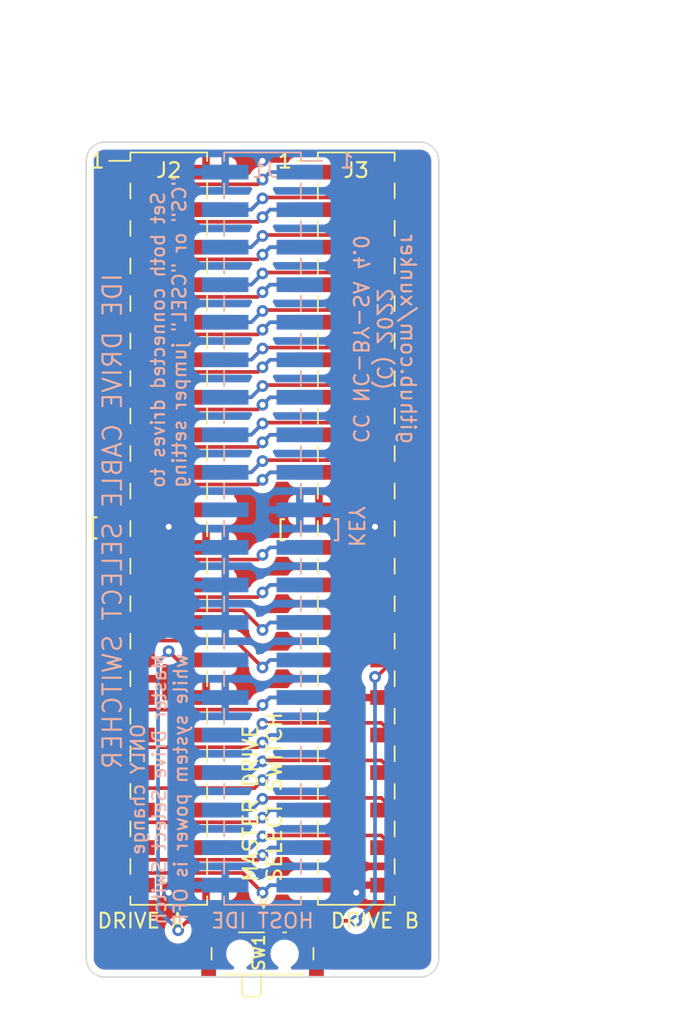
<source format=kicad_pcb>
(kicad_pcb (version 20211014) (generator pcbnew)
  (layers (0 "F.Cu" signal) (31 "B.Cu" signal) (34 "B.Paste" user) (35 "F.Paste" user) (36 "B.SilkS" user "B.Silkscreen") (37 "F.SilkS" user "F.Silkscreen") (38 "B.Mask" user) (39 "F.Mask" user) (44 "Edge.Cuts" user))
  (net 0 "")
  (net 1 "RESET")
  (net 2 "GND")
  (net 3 "DB7")
  (net 4 "DB8")
  (net 5 "DB6")
  (net 6 "DB9")
  (net 7 "DB5")
  (net 8 "DB10")
  (net 9 "DB4")
  (net 10 "DB11")
  (net 11 "DB3")
  (net 12 "DB12")
  (net 13 "DB2")
  (net 14 "DB13")
  (net 15 "DB1")
  (net 16 "DB14")
  (net 17 "DB0")
  (net 18 "DB15")
  (net 19 "DRQ3")
  (net 20 "IOW")
  (net 21 "IOR")
  (net 22 "IO_CH_RDY")
  (net 23 "CSEL_IN")
  (net 24 "DACK3")
  (net 25 "IRQ14")
  (net 26 "RESERVED")
  (net 27 "ADDRESS_BIT_1")
  (net 28 "PDIAG")
  (net 29 "ADDRESS_BIT_0")
  (net 30 "ADDRESS_BIT_2")
  (net 31 "CS1FX")
  (net 32 "CS3FX")
  (net 33 "DA_SP")
  (net 34 "CSEL_OUT_A")
  (net 35 "CSEL_OUT_B")
  (footprint "Button_Switch_SMD:SW_SPDT_PCM12" (layer "F.Cu") (at 154.94 113.03)
    (fp_text reference "SW1" (at -0.254 0.254 90) (layer "F.SilkS") (effects (font (size 0.8 0.8))))
    (fp_text value "SW_SPDT")
    (pad "" smd rect (at 3.65 -0.78) (size 1 0.8) (layers "F.Cu" "F.Paste" "F.Mask"))
    (pad "" np_thru_hole circle (at -1.5 0.33) (size 0.9 0.9) (drill 0.9) (layers *.Cu *.Mask))
    (pad "" smd rect (at 3.65 1.43) (size 1 0.8) (layers "F.Cu" "F.Paste" "F.Mask"))
    (pad "" smd rect (at -3.65 1.43) (size 1 0.8) (layers "F.Cu" "F.Paste" "F.Mask"))
    (pad "" smd rect (at -3.65 -0.78) (size 1 0.8) (layers "F.Cu" "F.Paste" "F.Mask"))
    (pad "" np_thru_hole circle (at 1.5 0.33) (size 0.9 0.9) (drill 0.9) (layers *.Cu *.Mask))
    (pad "1" smd rect (at -2.25 -1.43) (size 0.7 1.5) (layers "F.Cu" "F.Paste" "F.Mask") (net 34 "CSEL_OUT_A"))
    (pad "2" smd rect (at 0.75 -1.43) (size 0.7 1.5) (layers "F.Cu" "F.Paste" "F.Mask") (net 2 "GND"))
    (pad "3" smd rect (at 2.25 -1.43) (size 0.7 1.5) (layers "F.Cu" "F.Paste" "F.Mask") (net 35 "CSEL_OUT_B"))
  )
  (footprint "Connector_PinHeader_2.54mm:PinHeader_2x20_P2.54mm_Vertical_SMD" (layer "F.Cu") (at 148.59 84.582)
    (fp_text reference "J2" (at 0 -24.257) (layer "F.SilkS"))
    (fp_text value "Conn_02x20_Odd_Even")
    (pad "1" smd rect (at -2.525 -24.13) (size 3.15 1) (layers "F.Cu" "F.Paste" "F.Mask") (net 1 "RESET"))
    (pad "2" smd rect (at 2.525 -24.13) (size 3.15 1) (layers "F.Cu" "F.Paste" "F.Mask") (net 2 "GND"))
    (pad "3" smd rect (at -2.525 -21.59) (size 3.15 1) (layers "F.Cu" "F.Paste" "F.Mask") (net 3 "DB7"))
    (pad "4" smd rect (at 2.525 -21.59) (size 3.15 1) (layers "F.Cu" "F.Paste" "F.Mask") (net 4 "DB8"))
    (pad "5" smd rect (at -2.525 -19.05) (size 3.15 1) (layers "F.Cu" "F.Paste" "F.Mask") (net 5 "DB6"))
    (pad "6" smd rect (at 2.525 -19.05) (size 3.15 1) (layers "F.Cu" "F.Paste" "F.Mask") (net 6 "DB9"))
    (pad "7" smd rect (at -2.525 -16.51) (size 3.15 1) (layers "F.Cu" "F.Paste" "F.Mask") (net 7 "DB5"))
    (pad "8" smd rect (at 2.525 -16.51) (size 3.15 1) (layers "F.Cu" "F.Paste" "F.Mask") (net 8 "DB10"))
    (pad "9" smd rect (at -2.525 -13.97) (size 3.15 1) (layers "F.Cu" "F.Paste" "F.Mask") (net 9 "DB4"))
    (pad "10" smd rect (at 2.525 -13.97) (size 3.15 1) (layers "F.Cu" "F.Paste" "F.Mask") (net 10 "DB11"))
    (pad "11" smd rect (at -2.525 -11.43) (size 3.15 1) (layers "F.Cu" "F.Paste" "F.Mask") (net 11 "DB3"))
    (pad "12" smd rect (at 2.525 -11.43) (size 3.15 1) (layers "F.Cu" "F.Paste" "F.Mask") (net 12 "DB12"))
    (pad "13" smd rect (at -2.525 -8.89) (size 3.15 1) (layers "F.Cu" "F.Paste" "F.Mask") (net 13 "DB2"))
    (pad "14" smd rect (at 2.525 -8.89) (size 3.15 1) (layers "F.Cu" "F.Paste" "F.Mask") (net 14 "DB13"))
    (pad "15" smd rect (at -2.525 -6.35) (size 3.15 1) (layers "F.Cu" "F.Paste" "F.Mask") (net 15 "DB1"))
    (pad "16" smd rect (at 2.525 -6.35) (size 3.15 1) (layers "F.Cu" "F.Paste" "F.Mask") (net 16 "DB14"))
    (pad "17" smd rect (at -2.525 -3.81) (size 3.15 1) (layers "F.Cu" "F.Paste" "F.Mask") (net 17 "DB0"))
    (pad "18" smd rect (at 2.525 -3.81) (size 3.15 1) (layers "F.Cu" "F.Paste" "F.Mask") (net 18 "DB15"))
    (pad "19" smd rect (at -2.525 -1.27) (size 3.15 1) (layers "F.Cu" "F.Paste" "F.Mask") (net 2 "GND"))
    (pad "20" smd rect (at 2.525 -1.27) (size 3.15 1) (layers "F.Cu" "F.Paste" "F.Mask"))
    (pad "21" smd rect (at -2.525 1.27) (size 3.15 1) (layers "F.Cu" "F.Paste" "F.Mask") (net 19 "DRQ3"))
    (pad "22" smd rect (at 2.525 1.27) (size 3.15 1) (layers "F.Cu" "F.Paste" "F.Mask") (net 2 "GND"))
    (pad "23" smd rect (at -2.525 3.81) (size 3.15 1) (layers "F.Cu" "F.Paste" "F.Mask") (net 20 "IOW"))
    (pad "24" smd rect (at 2.525 3.81) (size 3.15 1) (layers "F.Cu" "F.Paste" "F.Mask") (net 2 "GND"))
    (pad "25" smd rect (at -2.525 6.35) (size 3.15 1) (layers "F.Cu" "F.Paste" "F.Mask") (net 21 "IOR"))
    (pad "26" smd rect (at 2.525 6.35) (size 3.15 1) (layers "F.Cu" "F.Paste" "F.Mask") (net 2 "GND"))
    (pad "27" smd rect (at -2.525 8.89) (size 3.15 1) (layers "F.Cu" "F.Paste" "F.Mask") (net 22 "IO_CH_RDY"))
    (pad "28" smd rect (at 2.525 8.89) (size 3.15 1) (layers "F.Cu" "F.Paste" "F.Mask") (net 34 "CSEL_OUT_A"))
    (pad "29" smd rect (at -2.525 11.43) (size 3.15 1) (layers "F.Cu" "F.Paste" "F.Mask") (net 24 "DACK3"))
    (pad "30" smd rect (at 2.525 11.43) (size 3.15 1) (layers "F.Cu" "F.Paste" "F.Mask") (net 2 "GND"))
    (pad "31" smd rect (at -2.525 13.97) (size 3.15 1) (layers "F.Cu" "F.Paste" "F.Mask") (net 25 "IRQ14"))
    (pad "32" smd rect (at 2.525 13.97) (size 3.15 1) (layers "F.Cu" "F.Paste" "F.Mask") (net 26 "RESERVED"))
    (pad "33" smd rect (at -2.525 16.51) (size 3.15 1) (layers "F.Cu" "F.Paste" "F.Mask") (net 27 "ADDRESS_BIT_1"))
    (pad "34" smd rect (at 2.525 16.51) (size 3.15 1) (layers "F.Cu" "F.Paste" "F.Mask") (net 28 "PDIAG"))
    (pad "35" smd rect (at -2.525 19.05) (size 3.15 1) (layers "F.Cu" "F.Paste" "F.Mask") (net 29 "ADDRESS_BIT_0"))
    (pad "36" smd rect (at 2.525 19.05) (size 3.15 1) (layers "F.Cu" "F.Paste" "F.Mask") (net 30 "ADDRESS_BIT_2"))
    (pad "37" smd rect (at -2.525 21.59) (size 3.15 1) (layers "F.Cu" "F.Paste" "F.Mask") (net 31 "CS1FX"))
    (pad "38" smd rect (at 2.525 21.59) (size 3.15 1) (layers "F.Cu" "F.Paste" "F.Mask") (net 32 "CS3FX"))
    (pad "39" smd rect (at -2.525 24.13) (size 3.15 1) (layers "F.Cu" "F.Paste" "F.Mask") (net 33 "DA_SP"))
    (pad "40" smd rect (at 2.525 24.13) (size 3.15 1) (layers "F.Cu" "F.Paste" "F.Mask") (net 2 "GND"))
  )
  (footprint "Connector_PinHeader_2.54mm:PinHeader_2x20_P2.54mm_Vertical_SMD" (layer "F.Cu") (at 161.29 84.582)
    (fp_text reference "J3" (at 0 -24.257) (layer "F.SilkS"))
    (fp_text value "Conn_02x20_Odd_Even")
    (pad "1" smd rect (at -2.525 -24.13) (size 3.15 1) (layers "F.Cu" "F.Paste" "F.Mask") (net 1 "RESET"))
    (pad "2" smd rect (at 2.525 -24.13) (size 3.15 1) (layers "F.Cu" "F.Paste" "F.Mask") (net 2 "GND"))
    (pad "3" smd rect (at -2.525 -21.59) (size 3.15 1) (layers "F.Cu" "F.Paste" "F.Mask") (net 3 "DB7"))
    (pad "4" smd rect (at 2.525 -21.59) (size 3.15 1) (layers "F.Cu" "F.Paste" "F.Mask") (net 4 "DB8"))
    (pad "5" smd rect (at -2.525 -19.05) (size 3.15 1) (layers "F.Cu" "F.Paste" "F.Mask") (net 5 "DB6"))
    (pad "6" smd rect (at 2.525 -19.05) (size 3.15 1) (layers "F.Cu" "F.Paste" "F.Mask") (net 6 "DB9"))
    (pad "7" smd rect (at -2.525 -16.51) (size 3.15 1) (layers "F.Cu" "F.Paste" "F.Mask") (net 7 "DB5"))
    (pad "8" smd rect (at 2.525 -16.51) (size 3.15 1) (layers "F.Cu" "F.Paste" "F.Mask") (net 8 "DB10"))
    (pad "9" smd rect (at -2.525 -13.97) (size 3.15 1) (layers "F.Cu" "F.Paste" "F.Mask") (net 9 "DB4"))
    (pad "10" smd rect (at 2.525 -13.97) (size 3.15 1) (layers "F.Cu" "F.Paste" "F.Mask") (net 10 "DB11"))
    (pad "11" smd rect (at -2.525 -11.43) (size 3.15 1) (layers "F.Cu" "F.Paste" "F.Mask") (net 11 "DB3"))
    (pad "12" smd rect (at 2.525 -11.43) (size 3.15 1) (layers "F.Cu" "F.Paste" "F.Mask") (net 12 "DB12"))
    (pad "13" smd rect (at -2.525 -8.89) (size 3.15 1) (layers "F.Cu" "F.Paste" "F.Mask") (net 13 "DB2"))
    (pad "14" smd rect (at 2.525 -8.89) (size 3.15 1) (layers "F.Cu" "F.Paste" "F.Mask") (net 14 "DB13"))
    (pad "15" smd rect (at -2.525 -6.35) (size 3.15 1) (layers "F.Cu" "F.Paste" "F.Mask") (net 15 "DB1"))
    (pad "16" smd rect (at 2.525 -6.35) (size 3.15 1) (layers "F.Cu" "F.Paste" "F.Mask") (net 16 "DB14"))
    (pad "17" smd rect (at -2.525 -3.81) (size 3.15 1) (layers "F.Cu" "F.Paste" "F.Mask") (net 17 "DB0"))
    (pad "18" smd rect (at 2.525 -3.81) (size 3.15 1) (layers "F.Cu" "F.Paste" "F.Mask") (net 18 "DB15"))
    (pad "19" smd rect (at -2.525 -1.27) (size 3.15 1) (layers "F.Cu" "F.Paste" "F.Mask") (net 2 "GND"))
    (pad "20" smd rect (at 2.525 -1.27) (size 3.15 1) (layers "F.Cu" "F.Paste" "F.Mask"))
    (pad "21" smd rect (at -2.525 1.27) (size 3.15 1) (layers "F.Cu" "F.Paste" "F.Mask") (net 19 "DRQ3"))
    (pad "22" smd rect (at 2.525 1.27) (size 3.15 1) (layers "F.Cu" "F.Paste" "F.Mask") (net 2 "GND"))
    (pad "23" smd rect (at -2.525 3.81) (size 3.15 1) (layers "F.Cu" "F.Paste" "F.Mask") (net 20 "IOW"))
    (pad "24" smd rect (at 2.525 3.81) (size 3.15 1) (layers "F.Cu" "F.Paste" "F.Mask") (net 2 "GND"))
    (pad "25" smd rect (at -2.525 6.35) (size 3.15 1) (layers "F.Cu" "F.Paste" "F.Mask") (net 21 "IOR"))
    (pad "26" smd rect (at 2.525 6.35) (size 3.15 1) (layers "F.Cu" "F.Paste" "F.Mask") (net 2 "GND"))
    (pad "27" smd rect (at -2.525 8.89) (size 3.15 1) (layers "F.Cu" "F.Paste" "F.Mask") (net 22 "IO_CH_RDY"))
    (pad "28" smd rect (at 2.525 8.89) (size 3.15 1) (layers "F.Cu" "F.Paste" "F.Mask") (net 35 "CSEL_OUT_B"))
    (pad "29" smd rect (at -2.525 11.43) (size 3.15 1) (layers "F.Cu" "F.Paste" "F.Mask") (net 24 "DACK3"))
    (pad "30" smd rect (at 2.525 11.43) (size 3.15 1) (layers "F.Cu" "F.Paste" "F.Mask") (net 2 "GND"))
    (pad "31" smd rect (at -2.525 13.97) (size 3.15 1) (layers "F.Cu" "F.Paste" "F.Mask") (net 25 "IRQ14"))
    (pad "32" smd rect (at 2.525 13.97) (size 3.15 1) (layers "F.Cu" "F.Paste" "F.Mask") (net 26 "RESERVED"))
    (pad "33" smd rect (at -2.525 16.51) (size 3.15 1) (layers "F.Cu" "F.Paste" "F.Mask") (net 27 "ADDRESS_BIT_1"))
    (pad "34" smd rect (at 2.525 16.51) (size 3.15 1) (layers "F.Cu" "F.Paste" "F.Mask") (net 28 "PDIAG"))
    (pad "35" smd rect (at -2.525 19.05) (size 3.15 1) (layers "F.Cu" "F.Paste" "F.Mask") (net 29 "ADDRESS_BIT_0"))
    (pad "36" smd rect (at 2.525 19.05) (size 3.15 1) (layers "F.Cu" "F.Paste" "F.Mask") (net 30 "ADDRESS_BIT_2"))
    (pad "37" smd rect (at -2.525 21.59) (size 3.15 1) (layers "F.Cu" "F.Paste" "F.Mask") (net 31 "CS1FX"))
    (pad "38" smd rect (at 2.525 21.59) (size 3.15 1) (layers "F.Cu" "F.Paste" "F.Mask") (net 32 "CS3FX"))
    (pad "39" smd rect (at -2.525 24.13) (size 3.15 1) (layers "F.Cu" "F.Paste" "F.Mask") (net 33 "DA_SP"))
    (pad "40" smd rect (at 2.525 24.13) (size 3.15 1) (layers "F.Cu" "F.Paste" "F.Mask") (net 2 "GND"))
  )
  (footprint "Connector_PinHeader_2.54mm:PinHeader_2x20_P2.54mm_Vertical_SMD" (layer "B.Cu") (at 154.94 84.582 180)
    (fp_text reference "J1" (at -0.15 24.257) (layer "B.SilkS") (effects (justify mirror)))
    (fp_text value "Conn_02x20_Odd_Even")
    (pad "1" smd rect (at -2.525 24.13 180) (size 3.15 1) (layers "B.Cu" "B.Paste" "B.Mask") (net 1 "RESET"))
    (pad "2" smd rect (at 2.525 24.13 180) (size 3.15 1) (layers "B.Cu" "B.Paste" "B.Mask") (net 2 "GND"))
    (pad "3" smd rect (at -2.525 21.59 180) (size 3.15 1) (layers "B.Cu" "B.Paste" "B.Mask") (net 3 "DB7"))
    (pad "4" smd rect (at 2.525 21.59 180) (size 3.15 1) (layers "B.Cu" "B.Paste" "B.Mask") (net 4 "DB8"))
    (pad "5" smd rect (at -2.525 19.05 180) (size 3.15 1) (layers "B.Cu" "B.Paste" "B.Mask") (net 5 "DB6"))
    (pad "6" smd rect (at 2.525 19.05 180) (size 3.15 1) (layers "B.Cu" "B.Paste" "B.Mask") (net 6 "DB9"))
    (pad "7" smd rect (at -2.525 16.51 180) (size 3.15 1) (layers "B.Cu" "B.Paste" "B.Mask") (net 7 "DB5"))
    (pad "8" smd rect (at 2.525 16.51 180) (size 3.15 1) (layers "B.Cu" "B.Paste" "B.Mask") (net 8 "DB10"))
    (pad "9" smd rect (at -2.525 13.97 180) (size 3.15 1) (layers "B.Cu" "B.Paste" "B.Mask") (net 9 "DB4"))
    (pad "10" smd rect (at 2.525 13.97 180) (size 3.15 1) (layers "B.Cu" "B.Paste" "B.Mask") (net 10 "DB11"))
    (pad "11" smd rect (at -2.525 11.43 180) (size 3.15 1) (layers "B.Cu" "B.Paste" "B.Mask") (net 11 "DB3"))
    (pad "12" smd rect (at 2.525 11.43 180) (size 3.15 1) (layers "B.Cu" "B.Paste" "B.Mask") (net 12 "DB12"))
    (pad "13" smd rect (at -2.525 8.89 180) (size 3.15 1) (layers "B.Cu" "B.Paste" "B.Mask") (net 13 "DB2"))
    (pad "14" smd rect (at 2.525 8.89 180) (size 3.15 1) (layers "B.Cu" "B.Paste" "B.Mask") (net 14 "DB13"))
    (pad "15" smd rect (at -2.525 6.35 180) (size 3.15 1) (layers "B.Cu" "B.Paste" "B.Mask") (net 15 "DB1"))
    (pad "16" smd rect (at 2.525 6.35 180) (size 3.15 1) (layers "B.Cu" "B.Paste" "B.Mask") (net 16 "DB14"))
    (pad "17" smd rect (at -2.525 3.81 180) (size 3.15 1) (layers "B.Cu" "B.Paste" "B.Mask") (net 17 "DB0"))
    (pad "18" smd rect (at 2.525 3.81 180) (size 3.15 1) (layers "B.Cu" "B.Paste" "B.Mask") (net 18 "DB15"))
    (pad "19" smd rect (at -2.525 1.27 180) (size 3.15 1) (layers "B.Cu" "B.Paste" "B.Mask") (net 2 "GND"))
    (pad "20" smd rect (at 2.525 1.27 180) (size 3.15 1) (layers "B.Cu" "B.Paste" "B.Mask"))
    (pad "21" smd rect (at -2.525 -1.27 180) (size 3.15 1) (layers "B.Cu" "B.Paste" "B.Mask") (net 19 "DRQ3"))
    (pad "22" smd rect (at 2.525 -1.27 180) (size 3.15 1) (layers "B.Cu" "B.Paste" "B.Mask") (net 2 "GND"))
    (pad "23" smd rect (at -2.525 -3.81 180) (size 3.15 1) (layers "B.Cu" "B.Paste" "B.Mask") (net 20 "IOW"))
    (pad "24" smd rect (at 2.525 -3.81 180) (size 3.15 1) (layers "B.Cu" "B.Paste" "B.Mask") (net 2 "GND"))
    (pad "25" smd rect (at -2.525 -6.35 180) (size 3.15 1) (layers "B.Cu" "B.Paste" "B.Mask") (net 21 "IOR"))
    (pad "26" smd rect (at 2.525 -6.35 180) (size 3.15 1) (layers "B.Cu" "B.Paste" "B.Mask") (net 2 "GND"))
    (pad "27" smd rect (at -2.525 -8.89 180) (size 3.15 1) (layers "B.Cu" "B.Paste" "B.Mask") (net 22 "IO_CH_RDY"))
    (pad "28" smd rect (at 2.525 -8.89 180) (size 3.15 1) (layers "B.Cu" "B.Paste" "B.Mask") (net 23 "CSEL_IN"))
    (pad "29" smd rect (at -2.525 -11.43 180) (size 3.15 1) (layers "B.Cu" "B.Paste" "B.Mask") (net 24 "DACK3"))
    (pad "30" smd rect (at 2.525 -11.43 180) (size 3.15 1) (layers "B.Cu" "B.Paste" "B.Mask") (net 2 "GND"))
    (pad "31" smd rect (at -2.525 -13.97 180) (size 3.15 1) (layers "B.Cu" "B.Paste" "B.Mask") (net 25 "IRQ14"))
    (pad "32" smd rect (at 2.525 -13.97 180) (size 3.15 1) (layers "B.Cu" "B.Paste" "B.Mask") (net 26 "RESERVED"))
    (pad "33" smd rect (at -2.525 -16.51 180) (size 3.15 1) (layers "B.Cu" "B.Paste" "B.Mask") (net 27 "ADDRESS_BIT_1"))
    (pad "34" smd rect (at 2.525 -16.51 180) (size 3.15 1) (layers "B.Cu" "B.Paste" "B.Mask") (net 28 "PDIAG"))
    (pad "35" smd rect (at -2.525 -19.05 180) (size 3.15 1) (layers "B.Cu" "B.Paste" "B.Mask") (net 29 "ADDRESS_BIT_0"))
    (pad "36" smd rect (at 2.525 -19.05 180) (size 3.15 1) (layers "B.Cu" "B.Paste" "B.Mask") (net 30 "ADDRESS_BIT_2"))
    (pad "37" smd rect (at -2.525 -21.59 180) (size 3.15 1) (layers "B.Cu" "B.Paste" "B.Mask") (net 31 "CS1FX"))
    (pad "38" smd rect (at 2.525 -21.59 180) (size 3.15 1) (layers "B.Cu" "B.Paste" "B.Mask") (net 32 "CS3FX"))
    (pad "39" smd rect (at -2.525 -24.13 180) (size 3.15 1) (layers "B.Cu" "B.Paste" "B.Mask") (net 33 "DA_SP"))
    (pad "40" smd rect (at 2.525 -24.13 180) (size 3.15 1) (layers "B.Cu" "B.Paste" "B.Mask") (net 2 "GND"))
  )
  (gr_line (start 166.877999 113.664999) (end 166.878 59.69) (layer "Edge.Cuts") (width 0.1))
  (gr_line (start 165.608 58.42) (end 144.272 58.42) (layer "Edge.Cuts") (width 0.1))
  (gr_line (start 144.272 114.934999) (end 165.607999 114.934999) (layer "Edge.Cuts") (width 0.1))
  (gr_arc (start 144.272 114.934999) (mid 143.373974 114.563025) (end 143.002 113.664999) (layer "Edge.Cuts") (width 0.1))
  (gr_arc (start 166.877999 113.664999) (mid 166.506025 114.563025) (end 165.607999 114.934999) (layer "Edge.Cuts") (width 0.1))
  (gr_arc (start 165.608 58.42) (mid 166.506026 58.791974) (end 166.878 59.69) (layer "Edge.Cuts") (width 0.1))
  (gr_arc (start 143.002 59.69) (mid 143.373974 58.791974) (end 144.272 58.42) (layer "Edge.Cuts") (width 0.1))
  (gr_line (start 143.002 59.69) (end 143.002 113.664999) (layer "Edge.Cuts") (width 0.1))
  (gr_text "[" (at 160.02 84.582) (layer "B.SilkS") (effects (font (size 1 1)) (justify mirror)))
  (gr_text "github.com/xunker\n(C) 2022\nCC NC-BY-SA 4.0" (at 163.195 71.755 270) (layer "B.SilkS") (effects (font (size 1 1)) (justify mirror)))
  (gr_text "Set both connected drives to\n{dblquote}CS{dblquote} or {dblquote}CSEL{dblquote} jumper setting\n" (at 148.59 81.915 90) (layer "B.SilkS") (effects (font (size 0.9 0.9)) (justify right mirror)))
  (gr_text "IDE DRIVE CABLE SELECT SWITCHER" (at 144.78 100.965 90) (layer "B.SilkS") (effects (font (size 1.25 1.25)) (justify right mirror)))
  (gr_text "ONLY change\nMaster Drive Select Switch\nwhile system power is OFF" (at 147.955 102.235 90) (layer "B.SilkS") (effects (font (size 0.9 0.9)) (justify mirror)))
  (gr_text "HOST IDE" (at 154.94 111.125) (layer "B.SilkS") (effects (font (size 1 1)) (justify mirror)))
  (gr_text "1" (at 160.655 59.69) (layer "B.SilkS") (effects (font (size 1 1)) (justify mirror)))
  (gr_text "KEY" (at 161.29 84.455 270) (layer "B.SilkS") (effects (font (size 1 1)) (justify mirror)))
  (gr_text "1" (at 143.764 59.69) (layer "F.SilkS") (effects (font (size 1 1))))
  (gr_text "<" (at 154.94 109.855 90) (layer "F.SilkS") (effects (font (size 1 1))))
  (gr_text "[" (at 143.51 84.455) (layer "F.SilkS") (effects (font (size 1 1))))
  (gr_text "DRIVE A" (at 146.685 111.125) (layer "F.SilkS") (effects (font (size 1 1))))
  (gr_text "DRIVE B" (at 162.56 111.125) (layer "F.SilkS") (effects (font (size 1 1))))
  (gr_text "MASTER DRIVE\nSELECT SWITCH" (at 154.94 108.585 90) (layer "F.SilkS") (effects (font (size 1 1)) (justify left)))
  (gr_text "[" (at 156.21 84.582) (layer "F.SilkS") (effects (font (size 1 1))))
  (gr_text "1" (at 156.464 59.69) (layer "F.SilkS") (effects (font (size 1 1))))
  (segment (start 146.889511 61.276511) (end 154.623489 61.276511) (width 0.25) (layer "F.Cu") (net 1))
  (segment (start 146.065 60.452) (end 146.889511 61.276511) (width 0.25) (layer "F.Cu") (net 1))
  (segment (start 155.448 60.452) (end 154.94 60.96) (width 0.25) (layer "F.Cu") (net 1))
  (segment (start 154.623489 61.276511) (end 154.94 60.96) (width 0.25) (layer "F.Cu") (net 1))
  (segment (start 158.765 60.452) (end 155.448 60.452) (width 0.25) (layer "F.Cu") (net 1))
  (via (at 154.94 60.96) (size 0.8) (drill 0.4) (layers "F.Cu" "B.Cu") (net 1))
  (segment (start 157.465 60.452) (end 155.448 60.452) (width 0.25) (layer "B.Cu") (net 1))
  (segment (start 155.448 60.452) (end 154.94 60.96) (width 0.25) (layer "B.Cu") (net 1))
  (via (at 161.29 109.22) (size 0.8) (drill 0.4) (layers "F.Cu" "B.Cu") (net 2))
  (via (at 148.59 109.22) (size 0.8) (drill 0.4) (layers "F.Cu" "B.Cu") (net 2))
  (via (at 162.56 84.455) (size 0.8) (drill 0.4) (layers "F.Cu" "B.Cu") (net 2))
  (via (at 148.59 84.455) (size 0.8) (drill 0.4) (layers "F.Cu" "B.Cu") (net 2))
  (via (at 154.94 59.69) (size 0.8) (drill 0.4) (layers "F.Cu" "B.Cu") (net 2))
  (segment (start 146.889511 63.816511) (end 154.623489 63.816511) (width 0.25) (layer "F.Cu") (net 3))
  (segment (start 155.448 62.992) (end 154.94 63.5) (width 0.25) (layer "F.Cu") (net 3))
  (segment (start 154.623489 63.816511) (end 154.94 63.5) (width 0.25) (layer "F.Cu") (net 3))
  (segment (start 158.765 62.992) (end 155.448 62.992) (width 0.25) (layer "F.Cu") (net 3))
  (segment (start 146.065 62.992) (end 146.889511 63.816511) (width 0.25) (layer "F.Cu") (net 3))
  (via (at 154.94 63.5) (size 0.8) (drill 0.4) (layers "F.Cu" "B.Cu") (net 3))
  (segment (start 157.465 62.992) (end 155.448 62.992) (width 0.25) (layer "B.Cu") (net 3))
  (segment (start 155.448 62.992) (end 154.94 63.5) (width 0.25) (layer "B.Cu") (net 3))
  (segment (start 154.94 62.23) (end 155.002511 62.167489) (width 0.25) (layer "F.Cu") (net 4))
  (segment (start 162.990489 62.167489) (end 163.815 62.992) (width 0.25) (layer "F.Cu") (net 4))
  (segment (start 151.115 62.992) (end 154.178 62.992) (width 0.25) (layer "F.Cu") (net 4))
  (segment (start 155.002511 62.167489) (end 162.990489 62.167489) (width 0.25) (layer "F.Cu") (net 4))
  (segment (start 154.178 62.992) (end 154.94 62.23) (width 0.25) (layer "F.Cu") (net 4))
  (via (at 154.94 62.23) (size 0.8) (drill 0.4) (layers "F.Cu" "B.Cu") (net 4))
  (segment (start 154.178 62.992) (end 154.94 62.23) (width 0.25) (layer "B.Cu") (net 4))
  (segment (start 152.415 62.992) (end 154.178 62.992) (width 0.25) (layer "B.Cu") (net 4))
  (segment (start 146.889511 66.356511) (end 154.623489 66.356511) (width 0.25) (layer "F.Cu") (net 5))
  (segment (start 155.448 65.532) (end 154.94 66.04) (width 0.25) (layer "F.Cu") (net 5))
  (segment (start 146.065 65.532) (end 146.889511 66.356511) (width 0.25) (layer "F.Cu") (net 5))
  (segment (start 158.765 65.532) (end 155.448 65.532) (width 0.25) (layer "F.Cu") (net 5))
  (segment (start 154.623489 66.356511) (end 154.94 66.04) (width 0.25) (layer "F.Cu") (net 5))
  (via (at 154.94 66.04) (size 0.8) (drill 0.4) (layers "F.Cu" "B.Cu") (net 5))
  (segment (start 157.465 65.532) (end 155.448 65.532) (width 0.25) (layer "B.Cu") (net 5))
  (segment (start 155.448 65.532) (end 154.94 66.04) (width 0.25) (layer "B.Cu") (net 5))
  (segment (start 154.94 64.77) (end 155.002511 64.707489) (width 0.25) (layer "F.Cu") (net 6))
  (segment (start 154.178 65.532) (end 154.94 64.77) (width 0.25) (layer "F.Cu") (net 6))
  (segment (start 162.990489 64.707489) (end 163.815 65.532) (width 0.25) (layer "F.Cu") (net 6))
  (segment (start 151.115 65.532) (end 154.178 65.532) (width 0.25) (layer "F.Cu") (net 6))
  (segment (start 155.002511 64.707489) (end 162.990489 64.707489) (width 0.25) (layer "F.Cu") (net 6))
  (via (at 154.94 64.77) (size 0.8) (drill 0.4) (layers "F.Cu" "B.Cu") (net 6))
  (segment (start 152.415 65.532) (end 154.178 65.532) (width 0.25) (layer "B.Cu") (net 6))
  (segment (start 154.178 65.532) (end 154.94 64.77) (width 0.25) (layer "B.Cu") (net 6))
  (segment (start 146.065 68.072) (end 146.889511 68.896511) (width 0.25) (layer "F.Cu") (net 7))
  (segment (start 154.623489 68.896511) (end 154.94 68.58) (width 0.25) (layer "F.Cu") (net 7))
  (segment (start 146.889511 68.896511) (end 154.623489 68.896511) (width 0.25) (layer "F.Cu") (net 7))
  (segment (start 155.448 68.072) (end 154.94 68.58) (width 0.25) (layer "F.Cu") (net 7))
  (segment (start 158.765 68.072) (end 155.448 68.072) (width 0.25) (layer "F.Cu") (net 7))
  (via (at 154.94 68.58) (size 0.8) (drill 0.4) (layers "F.Cu" "B.Cu") (net 7))
  (segment (start 157.465 68.072) (end 155.448 68.072) (width 0.25) (layer "B.Cu") (net 7))
  (segment (start 155.448 68.072) (end 154.94 68.58) (width 0.25) (layer "B.Cu") (net 7))
  (segment (start 155.002511 67.247489) (end 162.990489 67.247489) (width 0.25) (layer "F.Cu") (net 8))
  (segment (start 151.115 68.072) (end 154.178 68.072) (width 0.25) (layer "F.Cu") (net 8))
  (segment (start 162.990489 67.247489) (end 163.815 68.072) (width 0.25) (layer "F.Cu") (net 8))
  (segment (start 154.178 68.072) (end 154.94 67.31) (width 0.25) (layer "F.Cu") (net 8))
  (segment (start 154.94 67.31) (end 155.002511 67.247489) (width 0.25) (layer "F.Cu") (net 8))
  (via (at 154.94 67.31) (size 0.8) (drill 0.4) (layers "F.Cu" "B.Cu") (net 8))
  (segment (start 154.178 68.072) (end 154.94 67.31) (width 0.25) (layer "B.Cu") (net 8))
  (segment (start 152.415 68.072) (end 154.178 68.072) (width 0.25) (layer "B.Cu") (net 8))
  (segment (start 155.448 70.612) (end 154.94 71.12) (width 0.25) (layer "F.Cu") (net 9))
  (segment (start 146.889511 71.436511) (end 154.623489 71.436511) (width 0.25) (layer "F.Cu") (net 9))
  (segment (start 146.065 70.612) (end 146.889511 71.436511) (width 0.25) (layer "F.Cu") (net 9))
  (segment (start 154.623489 71.436511) (end 154.94 71.12) (width 0.25) (layer "F.Cu") (net 9))
  (segment (start 158.765 70.612) (end 155.448 70.612) (width 0.25) (layer "F.Cu") (net 9))
  (via (at 154.94 71.12) (size 0.8) (drill 0.4) (layers "F.Cu" "B.Cu") (net 9))
  (segment (start 157.465 70.612) (end 155.448 70.612) (width 0.25) (layer "B.Cu") (net 9))
  (segment (start 155.448 70.612) (end 154.94 71.12) (width 0.25) (layer "B.Cu") (net 9))
  (segment (start 162.990489 69.787489) (end 163.815 70.612) (width 0.25) (layer "F.Cu") (net 10))
  (segment (start 155.002511 69.787489) (end 162.990489 69.787489) (width 0.25) (layer "F.Cu") (net 10))
  (segment (start 151.115 70.612) (end 154.178 70.612) (width 0.25) (layer "F.Cu") (net 10))
  (segment (start 154.94 69.85) (end 155.002511 69.787489) (width 0.25) (layer "F.Cu") (net 10))
  (segment (start 154.178 70.612) (end 154.94 69.85) (width 0.25) (layer "F.Cu") (net 10))
  (via (at 154.94 69.85) (size 0.8) (drill 0.4) (layers "F.Cu" "B.Cu") (net 10))
  (segment (start 152.415 70.612) (end 154.178 70.612) (width 0.25) (layer "B.Cu") (net 10))
  (segment (start 154.178 70.612) (end 154.94 69.85) (width 0.25) (layer "B.Cu") (net 10))
  (segment (start 146.889511 73.976511) (end 154.623489 73.976511) (width 0.25) (layer "F.Cu") (net 11))
  (segment (start 155.448 73.152) (end 154.94 73.66) (width 0.25) (layer "F.Cu") (net 11))
  (segment (start 146.065 73.152) (end 146.889511 73.976511) (width 0.25) (layer "F.Cu") (net 11))
  (segment (start 158.765 73.152) (end 155.448 73.152) (width 0.25) (layer "F.Cu") (net 11))
  (segment (start 154.623489 73.976511) (end 154.94 73.66) (width 0.25) (layer "F.Cu") (net 11))
  (via (at 154.94 73.66) (size 0.8) (drill 0.4) (layers "F.Cu" "B.Cu") (net 11))
  (segment (start 157.465 73.152) (end 155.448 73.152) (width 0.25) (layer "B.Cu") (net 11))
  (segment (start 155.448 73.152) (end 154.94 73.66) (width 0.25) (layer "B.Cu") (net 11))
  (segment (start 155.002511 72.327489) (end 162.990489 72.327489) (width 0.25) (layer "F.Cu") (net 12))
  (segment (start 151.115 73.152) (end 154.178 73.152) (width 0.25) (layer "F.Cu") (net 12))
  (segment (start 154.94 72.39) (end 155.002511 72.327489) (width 0.25) (layer "F.Cu") (net 12))
  (segment (start 154.178 73.152) (end 154.94 72.39) (width 0.25) (layer "F.Cu") (net 12))
  (segment (start 162.990489 72.327489) (end 163.815 73.152) (width 0.25) (layer "F.Cu") (net 12))
  (via (at 154.94 72.39) (size 0.8) (drill 0.4) (layers "F.Cu" "B.Cu") (net 12))
  (segment (start 154.178 73.152) (end 154.94 72.39) (width 0.25) (layer "B.Cu") (net 12))
  (segment (start 152.415 73.152) (end 154.178 73.152) (width 0.25) (layer "B.Cu") (net 12))
  (segment (start 154.623489 76.516511) (end 154.94 76.2) (width 0.25) (layer "F.Cu") (net 13))
  (segment (start 146.889511 76.516511) (end 154.623489 76.516511) (width 0.25) (layer "F.Cu") (net 13))
  (segment (start 155.448 75.692) (end 154.94 76.2) (width 0.25) (layer "F.Cu") (net 13))
  (segment (start 158.765 75.692) (end 155.448 75.692) (width 0.25) (layer "F.Cu") (net 13))
  (segment (start 146.065 75.692) (end 146.889511 76.516511) (width 0.25) (layer "F.Cu") (net 13))
  (via (at 154.94 76.2) (size 0.8) (drill 0.4) (layers "F.Cu" "B.Cu") (net 13))
  (segment (start 157.465 75.692) (end 155.448 75.692) (width 0.25) (layer "B.Cu") (net 13))
  (segment (start 155.448 75.692) (end 154.94 76.2) (width 0.25) (layer "B.Cu") (net 13))
  (segment (start 155.002511 74.867489) (end 162.990489 74.867489) (width 0.25) (layer "F.Cu") (net 14))
  (segment (start 151.115 75.692) (end 154.178 75.692) (width 0.25) (layer "F.Cu") (net 14))
  (segment (start 162.990489 74.867489) (end 163.815 75.692) (width 0.25) (layer "F.Cu") (net 14))
  (segment (start 154.94 74.93) (end 155.002511 74.867489) (width 0.25) (layer "F.Cu") (net 14))
  (segment (start 154.178 75.692) (end 154.94 74.93) (width 0.25) (layer "F.Cu") (net 14))
  (via (at 154.94 74.93) (size 0.8) (drill 0.4) (layers "F.Cu" "B.Cu") (net 14))
  (segment (start 154.178 75.692) (end 154.94 74.93) (width 0.25) (layer "B.Cu") (net 14))
  (segment (start 152.415 75.692) (end 154.178 75.692) (width 0.25) (layer "B.Cu") (net 14))
  (segment (start 155.448 78.232) (end 154.94 78.74) (width 0.25) (layer "F.Cu") (net 15))
  (segment (start 154.623489 79.056511) (end 154.94 78.74) (width 0.25) (layer "F.Cu") (net 15))
  (segment (start 146.065 78.232) (end 146.889511 79.056511) (width 0.25) (layer "F.Cu") (net 15))
  (segment (start 158.765 78.232) (end 155.448 78.232) (width 0.25) (layer "F.Cu") (net 15))
  (segment (start 146.889511 79.056511) (end 154.623489 79.056511) (width 0.25) (layer "F.Cu") (net 15))
  (via (at 154.94 78.74) (size 0.8) (drill 0.4) (layers "F.Cu" "B.Cu") (net 15))
  (segment (start 157.465 78.232) (end 155.448 78.232) (width 0.25) (layer "B.Cu") (net 15))
  (segment (start 155.448 78.232) (end 154.94 78.74) (width 0.25) (layer "B.Cu") (net 15))
  (segment (start 154.94 77.47) (end 155.002511 77.407489) (width 0.25) (layer "F.Cu") (net 16))
  (segment (start 155.002511 77.407489) (end 162.990489 77.407489) (width 0.25) (layer "F.Cu") (net 16))
  (segment (start 151.115 78.232) (end 154.178 78.232) (width 0.25) (layer "F.Cu") (net 16))
  (segment (start 162.990489 77.407489) (end 163.815 78.232) (width 0.25) (layer "F.Cu") (net 16))
  (segment (start 154.178 78.232) (end 154.94 77.47) (width 0.25) (layer "F.Cu") (net 16))
  (via (at 154.94 77.47) (size 0.8) (drill 0.4) (layers "F.Cu" "B.Cu") (net 16))
  (segment (start 152.415 78.232) (end 154.178 78.232) (width 0.25) (layer "B.Cu") (net 16))
  (segment (start 154.178 78.232) (end 154.94 77.47) (width 0.25) (layer "B.Cu") (net 16))
  (segment (start 146.065 80.772) (end 146.889511 81.596511) (width 0.25) (layer "F.Cu") (net 17))
  (segment (start 158.765 80.772) (end 155.448 80.772) (width 0.25) (layer "F.Cu") (net 17))
  (segment (start 155.448 80.772) (end 154.94 81.28) (width 0.25) (layer "F.Cu") (net 17))
  (segment (start 146.889511 81.596511) (end 154.623489 81.596511) (width 0.25) (layer "F.Cu") (net 17))
  (segment (start 154.623489 81.596511) (end 154.94 81.28) (width 0.25) (layer "F.Cu") (net 17))
  (via (at 154.94 81.28) (size 0.8) (drill 0.4) (layers "F.Cu" "B.Cu") (net 17))
  (segment (start 157.465 80.772) (end 155.448 80.772) (width 0.25) (layer "B.Cu") (net 17))
  (segment (start 155.448 80.772) (end 154.94 81.28) (width 0.25) (layer "B.Cu") (net 17))
  (segment (start 151.115 80.772) (end 154.178 80.772) (width 0.25) (layer "F.Cu") (net 18))
  (segment (start 162.990489 79.947489) (end 163.815 80.772) (width 0.25) (layer "F.Cu") (net 18))
  (segment (start 155.002511 79.947489) (end 162.990489 79.947489) (width 0.25) (layer "F.Cu") (net 18))
  (segment (start 154.94 80.01) (end 155.002511 79.947489) (width 0.25) (layer "F.Cu") (net 18))
  (segment (start 154.178 80.772) (end 154.94 80.01) (width 0.25) (layer "F.Cu") (net 18))
  (via (at 154.94 80.01) (size 0.8) (drill 0.4) (layers "F.Cu" "B.Cu") (net 18))
  (segment (start 152.415 80.772) (end 154.178 80.772) (width 0.25) (layer "B.Cu") (net 18))
  (segment (start 154.178 80.772) (end 154.94 80.01) (width 0.25) (layer "B.Cu") (net 18))
  (segment (start 158.765 85.852) (end 155.448 85.852) (width 0.25) (layer "F.Cu") (net 19))
  (segment (start 154.623489 86.676511) (end 154.94 86.36) (width 0.25) (layer "F.Cu") (net 19))
  (segment (start 146.889511 86.676511) (end 154.623489 86.676511) (width 0.25) (layer "F.Cu") (net 19))
  (segment (start 146.065 85.852) (end 146.889511 86.676511) (width 0.25) (layer "F.Cu") (net 19))
  (segment (start 155.448 85.852) (end 154.94 86.36) (width 0.25) (layer "F.Cu") (net 19))
  (via (at 154.94 86.36) (size 0.8) (drill 0.4) (layers "F.Cu" "B.Cu") (net 19))
  (segment (start 155.448 85.852) (end 154.94 86.36) (width 0.25) (layer "B.Cu") (net 19))
  (segment (start 157.465 85.852) (end 155.448 85.852) (width 0.25) (layer "B.Cu") (net 19))
  (segment (start 154.623489 89.216511) (end 154.94 88.9) (width 0.25) (layer "F.Cu") (net 20))
  (segment (start 146.889511 89.216511) (end 154.623489 89.216511) (width 0.25) (layer "F.Cu") (net 20))
  (segment (start 155.448 88.392) (end 154.94 88.9) (width 0.25) (layer "F.Cu") (net 20))
  (segment (start 146.065 88.392) (end 146.889511 89.216511) (width 0.25) (layer "F.Cu") (net 20))
  (segment (start 158.765 88.392) (end 155.448 88.392) (width 0.25) (layer "F.Cu") (net 20))
  (via (at 154.94 88.9) (size 0.8) (drill 0.4) (layers "F.Cu" "B.Cu") (net 20))
  (segment (start 157.465 88.392) (end 155.448 88.392) (width 0.25) (layer "B.Cu") (net 20))
  (segment (start 155.448 88.392) (end 154.94 88.9) (width 0.25) (layer "B.Cu") (net 20))
  (segment (start 146.889511 90.107489) (end 153.607489 90.107489) (width 0.25) (layer "F.Cu") (net 21))
  (segment (start 158.765 90.932) (end 155.448 90.932) (width 0.25) (layer "F.Cu") (net 21))
  (segment (start 146.065 90.932) (end 146.889511 90.107489) (width 0.25) (layer "F.Cu") (net 21))
  (segment (start 153.607489 90.107489) (end 154.94 91.44) (width 0.25) (layer "F.Cu") (net 21))
  (segment (start 155.448 90.932) (end 154.94 91.44) (width 0.25) (layer "F.Cu") (net 21))
  (via (at 154.94 91.44) (size 0.8) (drill 0.4) (layers "F.Cu" "B.Cu") (net 21))
  (segment (start 157.465 90.932) (end 155.448 90.932) (width 0.25) (layer "B.Cu") (net 21))
  (segment (start 155.448 90.932) (end 154.94 91.44) (width 0.25) (layer "B.Cu") (net 21))
  (segment (start 153.115987 92.155987) (end 154.94 93.98) (width 0.25) (layer "F.Cu") (net 22))
  (segment (start 146.065 93.472) (end 147.381013 92.155987) (width 0.25) (layer "F.Cu") (net 22))
  (segment (start 147.381013 92.155987) (end 153.115987 92.155987) (width 0.25) (layer "F.Cu") (net 22))
  (segment (start 155.448 93.472) (end 154.94 93.98) (width 0.25) (layer "F.Cu") (net 22))
  (segment (start 158.765 93.472) (end 155.448 93.472) (width 0.25) (layer "F.Cu") (net 22))
  (via (at 154.94 93.98) (size 0.8) (drill 0.4) (layers "F.Cu" "B.Cu") (net 22))
  (segment (start 155.448 93.472) (end 154.94 93.98) (width 0.25) (layer "B.Cu") (net 22))
  (segment (start 157.465 93.472) (end 155.448 93.472) (width 0.25) (layer "B.Cu") (net 22))
  (segment (start 154.623489 96.836511) (end 154.94 96.52) (width 0.25) (layer "F.Cu") (net 24))
  (segment (start 146.889511 96.836511) (end 154.623489 96.836511) (width 0.25) (layer "F.Cu") (net 24))
  (segment (start 155.448 96.012) (end 154.94 96.52) (width 0.25) (layer "F.Cu") (net 24))
  (segment (start 158.765 96.012) (end 155.448 96.012) (width 0.25) (layer "F.Cu") (net 24))
  (segment (start 146.065 96.012) (end 146.889511 96.836511) (width 0.25) (layer "F.Cu") (net 24))
  (via (at 154.94 96.52) (size 0.8) (drill 0.4) (layers "F.Cu" "B.Cu") (net 24))
  (segment (start 157.465 96.012) (end 155.448 96.012) (width 0.25) (layer "B.Cu") (net 24))
  (segment (start 155.448 96.012) (end 154.94 96.52) (width 0.25) (layer "B.Cu") (net 24))
  (segment (start 146.889511 99.376511) (end 154.623489 99.376511) (width 0.25) (layer "F.Cu") (net 25))
  (segment (start 155.448 98.552) (end 154.94 99.06) (width 0.25) (layer "F.Cu") (net 25))
  (segment (start 146.065 98.552) (end 146.889511 99.376511) (width 0.25) (layer "F.Cu") (net 25))
  (segment (start 154.623489 99.376511) (end 154.94 99.06) (width 0.25) (layer "F.Cu") (net 25))
  (segment (start 158.765 98.552) (end 155.448 98.552) (width 0.25) (layer "F.Cu") (net 25))
  (via (at 154.94 99.06) (size 0.8) (drill 0.4) (layers "F.Cu" "B.Cu") (net 25))
  (segment (start 155.448 98.552) (end 154.94 99.06) (width 0.25) (layer "B.Cu") (net 25))
  (segment (start 157.465 98.552) (end 155.448 98.552) (width 0.25) (layer "B.Cu") (net 25))
  (segment (start 154.178 98.552) (end 154.94 97.79) (width 0.25) (layer "F.Cu") (net 26))
  (segment (start 151.115 98.552) (end 154.178 98.552) (width 0.25) (layer "F.Cu") (net 26))
  (segment (start 163.815 98.552) (end 162.990489 97.727489) (width 0.25) (layer "F.Cu") (net 26))
  (segment (start 162.990489 97.727489) (end 155.002511 97.727489) (width 0.25) (layer "F.Cu") (net 26))
  (segment (start 155.002511 97.727489) (end 154.94 97.79) (width 0.25) (layer "F.Cu") (net 26))
  (via (at 154.94 97.79) (size 0.8) (drill 0.4) (layers "F.Cu" "B.Cu") (net 26))
  (segment (start 154.178 98.552) (end 154.94 97.79) (width 0.25) (layer "B.Cu") (net 26))
  (segment (start 152.415 98.552) (end 154.178 98.552) (width 0.25) (layer "B.Cu") (net 26))
  (segment (start 147.118489 102.145489) (end 154.394511 102.145489) (width 0.25) (layer "F.Cu") (net 27))
  (segment (start 155.448 101.092) (end 154.94 101.6) (width 0.25) (layer "F.Cu") (net 27))
  (segment (start 146.065 101.092) (end 147.118489 102.145489) (width 0.25) (layer "F.Cu") (net 27))
  (segment (start 158.765 101.092) (end 155.448 101.092) (width 0.25) (layer "F.Cu") (net 27))
  (segment (start 154.394511 102.145489) (end 154.94 101.6) (width 0.25) (layer "F.Cu") (net 27))
  (via (at 154.94 101.6) (size 0.8) (drill 0.4) (layers "F.Cu" "B.Cu") (net 27))
  (segment (start 155.448 101.092) (end 154.94 101.6) (width 0.25) (layer "B.Cu") (net 27))
  (segment (start 157.465 101.092) (end 155.448 101.092) (width 0.25) (layer "B.Cu") (net 27))
  (segment (start 162.990489 100.267489) (end 155.002511 100.267489) (width 0.25) (layer "F.Cu") (net 28))
  (segment (start 163.815 101.092) (end 162.990489 100.267489) (width 0.25) (layer "F.Cu") (net 28))
  (segment (start 154.178 101.092) (end 154.94 100.33) (width 0.25) (layer "F.Cu") (net 28))
  (segment (start 155.002511 100.267489) (end 154.94 100.33) (width 0.25) (layer "F.Cu") (net 28))
  (segment (start 151.115 101.092) (end 154.178 101.092) (width 0.25) (layer "F.Cu") (net 28))
  (via (at 154.94 100.33) (size 0.8) (drill 0.4) (layers "F.Cu" "B.Cu") (net 28))
  (segment (start 154.178 101.092) (end 154.94 100.33) (width 0.25) (layer "B.Cu") (net 28))
  (segment (start 152.415 101.092) (end 154.178 101.092) (width 0.25) (layer "B.Cu") (net 28))
  (segment (start 158.765 103.632) (end 155.448 103.632) (width 0.25) (layer "F.Cu") (net 29))
  (segment (start 154.623489 104.456511) (end 154.94 104.14) (width 0.25) (layer "F.Cu") (net 29))
  (segment (start 155.448 103.632) (end 154.94 104.14) (width 0.25) (layer "F.Cu") (net 29))
  (segment (start 146.889511 104.456511) (end 154.623489 104.456511) (width 0.25) (layer "F.Cu") (net 29))
  (segment (start 146.065 103.632) (end 146.889511 104.456511) (width 0.25) (layer "F.Cu") (net 29))
  (via (at 154.94 104.14) (size 0.8) (drill 0.4) (layers "F.Cu" "B.Cu") (net 29))
  (segment (start 157.465 103.632) (end 155.448 103.632) (width 0.25) (layer "B.Cu") (net 29))
  (segment (start 155.448 103.632) (end 154.94 104.14) (width 0.25) (layer "B.Cu") (net 29))
  (segment (start 151.115 103.632) (end 154.178 103.632) (width 0.25) (layer "F.Cu") (net 30))
  (segment (start 154.178 103.632) (end 154.94 102.87) (width 0.25) (layer "F.Cu") (net 30))
  (segment (start 163.815 103.632) (end 162.990489 102.807489) (width 0.25) (layer "F.Cu") (net 30))
  (segment (start 155.002511 102.807489) (end 154.94 102.87) (width 0.25) (layer "F.Cu") (net 30))
  (segment (start 162.990489 102.807489) (end 155.002511 102.807489) (width 0.25) (layer "F.Cu") (net 30))
  (via (at 154.94 102.87) (size 0.8) (drill 0.4) (layers "F.Cu" "B.Cu") (net 30))
  (segment (start 154.178 103.632) (end 154.94 102.87) (width 0.25) (layer "B.Cu") (net 30))
  (segment (start 152.415 103.632) (end 154.178 103.632) (width 0.25) (layer "B.Cu") (net 30))
  (segment (start 155.448 106.172) (end 154.94 106.68) (width 0.25) (layer "F.Cu") (net 31))
  (segment (start 146.889511 106.996511) (end 154.623489 106.996511) (width 0.25) (layer "F.Cu") (net 31))
  (segment (start 154.623489 106.996511) (end 154.94 106.68) (width 0.25) (layer "F.Cu") (net 31))
  (segment (start 146.065 106.172) (end 146.889511 106.996511) (width 0.25) (layer "F.Cu") (net 31))
  (segment (start 158.765 106.172) (end 155.448 106.172) (width 0.25) (layer "F.Cu") (net 31))
  (via (at 154.94 106.68) (size 0.8) (drill 0.4) (layers "F.Cu" "B.Cu") (net 31))
  (segment (start 155.448 106.172) (end 154.94 106.68) (width 0.25) (layer "B.Cu") (net 31))
  (segment (start 157.465 106.172) (end 155.448 106.172) (width 0.25) (layer "B.Cu") (net 31))
  (segment (start 154.178 106.172) (end 154.94 105.41) (width 0.25) (layer "F.Cu") (net 32))
  (segment (start 155.002511 105.347489) (end 154.94 105.41) (width 0.25) (layer "F.Cu") (net 32))
  (segment (start 162.990489 105.347489) (end 155.002511 105.347489) (width 0.25) (layer "F.Cu") (net 32))
  (segment (start 163.815 106.172) (end 162.990489 105.347489) (width 0.25) (layer "F.Cu") (net 32))
  (segment (start 151.115 106.172) (end 154.178 106.172) (width 0.25) (layer "F.Cu") (net 32))
  (via (at 154.94 105.41) (size 0.8) (drill 0.4) (layers "F.Cu" "B.Cu") (net 32))
  (segment (start 154.178 106.172) (end 154.94 105.41) (width 0.25) (layer "B.Cu") (net 32))
  (segment (start 152.415 106.172) (end 154.178 106.172) (width 0.25) (layer "B.Cu") (net 32))
  (segment (start 155.448 108.712) (end 154.94 109.22) (width 0.25) (layer "F.Cu") (net 33))
  (segment (start 153.607489 107.887489) (end 154.94 109.22) (width 0.25) (layer "F.Cu") (net 33))
  (segment (start 146.065 108.712) (end 146.889511 107.887489) (width 0.25) (layer "F.Cu") (net 33))
  (segment (start 146.889511 107.887489) (end 153.607489 107.887489) (width 0.25) (layer "F.Cu") (net 33))
  (segment (start 158.765 108.712) (end 155.448 108.712) (width 0.25) (layer "F.Cu") (net 33))
  (via (at 154.94 109.22) (size 0.8) (drill 0.4) (layers "F.Cu" "B.Cu") (net 33))
  (segment (start 157.465 108.712) (end 155.448 108.712) (width 0.25) (layer "B.Cu") (net 33))
  (segment (start 155.448 108.712) (end 154.94 109.22) (width 0.25) (layer "B.Cu") (net 33))
  (segment (start 149.785 111.2) (end 149.225 111.76) (width 0.25) (layer "F.Cu") (net 34))
  (segment (start 148.59 92.880498) (end 149.181502 93.472) (width 0.25) (layer "F.Cu") (net 34))
  (segment (start 152.29 111.2) (end 149.785 111.2) (width 0.25) (layer "F.Cu") (net 34))
  (segment (start 149.181502 93.472) (end 151.115 93.472) (width 0.25) (layer "F.Cu") (net 34))
  (segment (start 152.69 111.6) (end 152.29 111.2) (width 0.25) (layer "F.Cu") (net 34))
  (via (at 149.225 111.76) (size 0.8) (drill 0.4) (layers "F.Cu" "B.Cu") (net 34))
  (via (at 148.59 92.880498) (size 0.8) (drill 0.4) (layers "F.Cu" "B.Cu") (net 34))
  (segment (start 147.865489 93.605009) (end 147.865489 110.400489) (width 0.25) (layer "B.Cu") (net 34))
  (segment (start 147.865489 110.400489) (end 149.225 111.76) (width 0.25) (layer "B.Cu") (net 34))
  (segment (start 148.59 92.880498) (end 147.865489 93.605009) (width 0.25) (layer "B.Cu") (net 34))
  (segment (start 162.672 94.615) (end 163.815 93.472) (width 0.25) (layer "F.Cu") (net 35))
  (segment (start 162.56 94.615) (end 162.672 94.615) (width 0.25) (layer "F.Cu") (net 35))
  (segment (start 161.29 111.125) (end 157.665 111.125) (width 0.25) (layer "F.Cu") (net 35))
  (segment (start 157.665 111.125) (end 157.19 111.6) (width 0.25) (layer "F.Cu") (net 35))
  (via (at 161.29 111.125) (size 0.8) (drill 0.4) (layers "F.Cu" "B.Cu") (net 35))
  (via (at 162.56 94.615) (size 0.8) (drill 0.4) (layers "F.Cu" "B.Cu") (net 35))
  (segment (start 161.29 111.125) (end 162.56 109.855) (width 0.25) (layer "B.Cu") (net 35))
  (segment (start 162.56 109.855) (end 162.56 94.615) (width 0.25) (layer "B.Cu") (net 35))
  (zone (net 2) (net_name "GND") (layers F&B.Cu) (connect_pads (clearance 0.508)) (min_thickness 0.254) (fill yes (thermal_gap 0.508) (thermal_bridge_width 0.508))
    (polygon (pts (xy 172.72 115.57) (xy 137.16 115.57) (xy 137.16 53.34) (xy 172.72 53.34)))
  )
)
</source>
